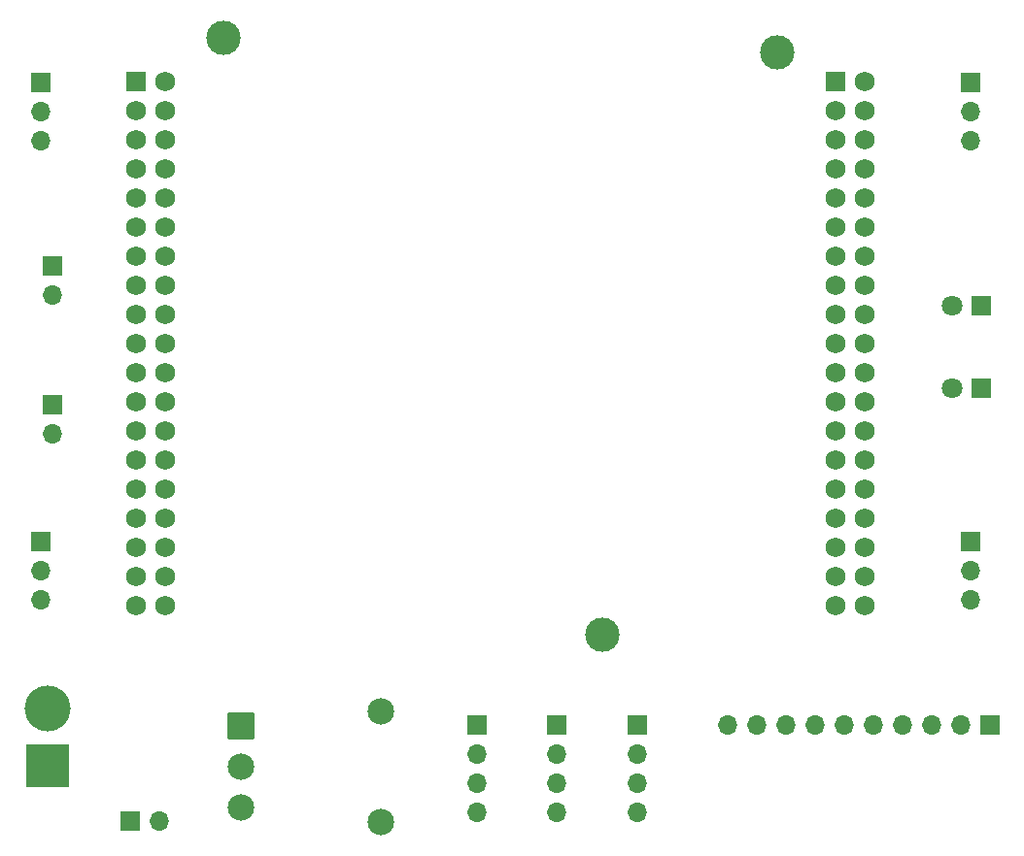
<source format=gbr>
%TF.GenerationSoftware,KiCad,Pcbnew,7.0.8*%
%TF.CreationDate,2023-10-27T03:08:27+09:00*%
%TF.ProjectId,doggedness_schemetic,646f6767-6564-46e6-9573-735f73636865,rev?*%
%TF.SameCoordinates,Original*%
%TF.FileFunction,Soldermask,Bot*%
%TF.FilePolarity,Negative*%
%FSLAX46Y46*%
G04 Gerber Fmt 4.6, Leading zero omitted, Abs format (unit mm)*
G04 Created by KiCad (PCBNEW 7.0.8) date 2023-10-27 03:08:27*
%MOMM*%
%LPD*%
G01*
G04 APERTURE LIST*
G04 Aperture macros list*
%AMRoundRect*
0 Rectangle with rounded corners*
0 $1 Rounding radius*
0 $2 $3 $4 $5 $6 $7 $8 $9 X,Y pos of 4 corners*
0 Add a 4 corners polygon primitive as box body*
4,1,4,$2,$3,$4,$5,$6,$7,$8,$9,$2,$3,0*
0 Add four circle primitives for the rounded corners*
1,1,$1+$1,$2,$3*
1,1,$1+$1,$4,$5*
1,1,$1+$1,$6,$7*
1,1,$1+$1,$8,$9*
0 Add four rect primitives between the rounded corners*
20,1,$1+$1,$2,$3,$4,$5,0*
20,1,$1+$1,$4,$5,$6,$7,0*
20,1,$1+$1,$6,$7,$8,$9,0*
20,1,$1+$1,$8,$9,$2,$3,0*%
G04 Aperture macros list end*
%ADD10C,1.734000*%
%ADD11RoundRect,0.102000X-0.765000X-0.765000X0.765000X-0.765000X0.765000X0.765000X-0.765000X0.765000X0*%
%ADD12C,3.000000*%
%ADD13R,1.700000X1.700000*%
%ADD14O,1.700000X1.700000*%
%ADD15RoundRect,0.102000X-1.050000X-1.050000X1.050000X-1.050000X1.050000X1.050000X-1.050000X1.050000X0*%
%ADD16C,2.304000*%
%ADD17R,3.800000X3.800000*%
%ADD18C,4.000000*%
%ADD19C,1.800000*%
%ADD20R,1.800000X1.800000*%
G04 APERTURE END LIST*
D10*
%TO.C,U1*%
X194818000Y-102616000D03*
X192278000Y-102616000D03*
X194818000Y-100076000D03*
X192278000Y-100076000D03*
X194818000Y-97536000D03*
X192278000Y-97536000D03*
X194818000Y-94996000D03*
X192278000Y-94996000D03*
X194818000Y-92456000D03*
X192278000Y-92456000D03*
X194818000Y-89916000D03*
X192278000Y-89916000D03*
X194818000Y-87376000D03*
X192278000Y-87376000D03*
X194818000Y-84836000D03*
X192278000Y-84836000D03*
X194818000Y-82296000D03*
X192278000Y-82296000D03*
X194818000Y-79756000D03*
X192278000Y-79756000D03*
X194818000Y-77216000D03*
X192278000Y-77216000D03*
X194818000Y-74676000D03*
X192278000Y-74676000D03*
X194818000Y-72136000D03*
X192278000Y-72136000D03*
X194818000Y-69596000D03*
X192278000Y-69596000D03*
X194818000Y-67056000D03*
X192278000Y-67056000D03*
X194818000Y-64516000D03*
X192278000Y-64516000D03*
X194818000Y-61976000D03*
X192278000Y-61976000D03*
X194818000Y-59436000D03*
X192278000Y-59436000D03*
X194818000Y-56896000D03*
D11*
X192278000Y-56896000D03*
D10*
X133858000Y-102616000D03*
X131318000Y-102616000D03*
X133858000Y-100076000D03*
X131318000Y-100076000D03*
X133858000Y-97536000D03*
X131318000Y-97536000D03*
X133858000Y-94996000D03*
X131318000Y-94996000D03*
X133858000Y-92456000D03*
X131318000Y-92456000D03*
X133858000Y-89916000D03*
X131318000Y-89916000D03*
X133858000Y-87376000D03*
X131318000Y-87376000D03*
X133858000Y-84836000D03*
X131318000Y-84836000D03*
X133858000Y-82296000D03*
X131318000Y-82296000D03*
X133858000Y-79756000D03*
X131318000Y-79756000D03*
X133858000Y-77216000D03*
X131318000Y-77216000D03*
X133858000Y-74676000D03*
X131318000Y-74676000D03*
X133858000Y-72136000D03*
X131318000Y-72136000D03*
X133858000Y-69596000D03*
X131318000Y-69596000D03*
X133858000Y-67056000D03*
X131318000Y-67056000D03*
X133858000Y-64516000D03*
X131318000Y-64516000D03*
X133858000Y-61976000D03*
X131318000Y-61976000D03*
X133858000Y-59436000D03*
X131318000Y-59436000D03*
X133858000Y-56896000D03*
D11*
X131318000Y-56896000D03*
D12*
X187198000Y-54356000D03*
X171958000Y-105156000D03*
X138938000Y-53086000D03*
%TD*%
D13*
%TO.C,J11*%
X130830000Y-121412000D03*
D14*
X133370000Y-121412000D03*
%TD*%
D13*
%TO.C,J10*%
X175000000Y-113000000D03*
D14*
X175000000Y-115540000D03*
X175000000Y-118080000D03*
X175000000Y-120620000D03*
%TD*%
D13*
%TO.C,J9*%
X168000000Y-113000000D03*
D14*
X168000000Y-115540000D03*
X168000000Y-118080000D03*
X168000000Y-120620000D03*
%TD*%
%TO.C,JP1*%
X124000000Y-75540000D03*
D13*
X124000000Y-73000000D03*
%TD*%
%TO.C,J5*%
X204000000Y-97000000D03*
D14*
X204000000Y-99540000D03*
X204000000Y-102080000D03*
%TD*%
%TO.C,J7*%
X124000000Y-87650000D03*
D13*
X124000000Y-85110000D03*
%TD*%
D15*
%TO.C,VR1*%
X140464000Y-113154000D03*
D16*
X140464000Y-116714000D03*
X140464000Y-120274000D03*
X152654000Y-121539000D03*
X152654000Y-111889000D03*
%TD*%
D13*
%TO.C,J2*%
X123000000Y-57000000D03*
D14*
X123000000Y-59540000D03*
X123000000Y-62080000D03*
%TD*%
D13*
%TO.C,J4*%
X123000000Y-97000000D03*
D14*
X123000000Y-99540000D03*
X123000000Y-102080000D03*
%TD*%
D13*
%TO.C,J3*%
X204000000Y-57000000D03*
D14*
X204000000Y-59540000D03*
X204000000Y-62080000D03*
%TD*%
D17*
%TO.C,J1*%
X123571000Y-116586000D03*
D18*
X123571000Y-111586000D03*
%TD*%
D19*
%TO.C,D2*%
X202460000Y-83693000D03*
D20*
X205000000Y-83693000D03*
%TD*%
D13*
%TO.C,J8*%
X161000000Y-113000000D03*
D14*
X161000000Y-115540000D03*
X161000000Y-118080000D03*
X161000000Y-120620000D03*
%TD*%
D13*
%TO.C,J6*%
X205740000Y-113030000D03*
D14*
X203200000Y-113030000D03*
X200660000Y-113030000D03*
X198120000Y-113030000D03*
X195580000Y-113030000D03*
X193040000Y-113030000D03*
X190500000Y-113030000D03*
X187960000Y-113030000D03*
X185420000Y-113030000D03*
X182880000Y-113030000D03*
%TD*%
D19*
%TO.C,D1*%
X202460000Y-76454000D03*
D20*
X205000000Y-76454000D03*
%TD*%
M02*

</source>
